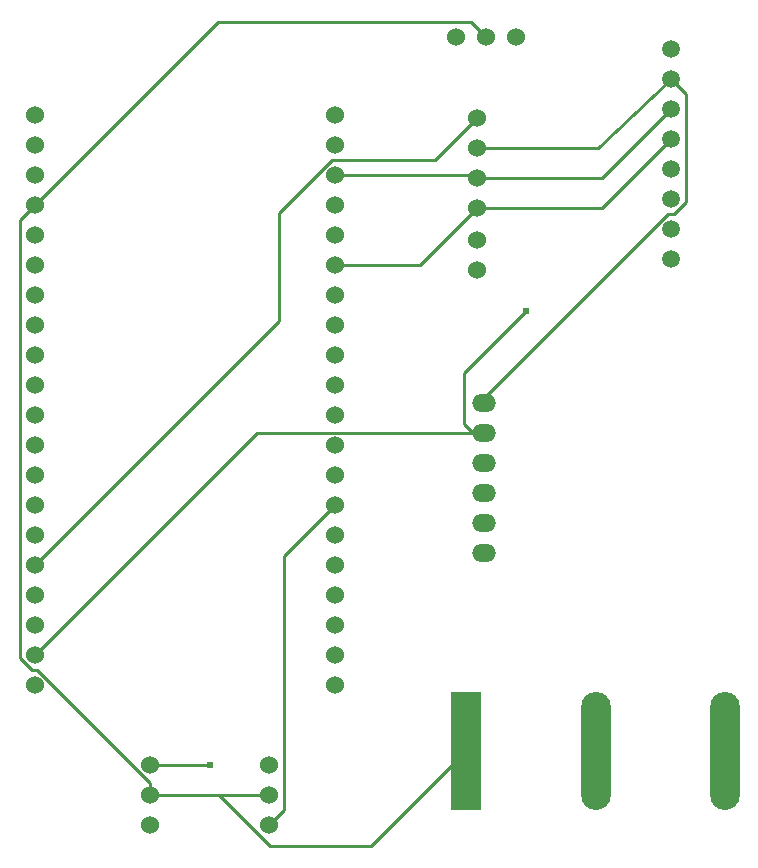
<source format=gbl>
G04 Layer: BottomLayer*
G04 EasyEDA Pro v2.2.40.3, 2025-07-25 22:58:42*
G04 Gerber Generator version 0.3*
G04 Scale: 100 percent, Rotated: No, Reflected: No*
G04 Dimensions in millimeters*
G04 Leading zeros omitted, absolute positions, 4 integers and 5 decimals*
G04 Generated by one-click*
%FSLAX45Y45*%
%MOMM*%
%ADD10C,0.254*%
%ADD11C,1.524*%
%ADD12C,1.5*%
%ADD13O,2.0X1.5*%
%ADD14R,2.49999X9.99998*%
%ADD15O,2.49999X9.99998*%
%ADD16C,0.6171*%
%ADD17C,0.61*%
G75*


G04 PolygonModel Start*
G54D10*
G01X4152900Y-1409700D02*
G01X5178138Y-1409700D01*
G01X5791200Y-825500D01*
G01X1892300Y-6629400D02*
G01X1384300Y-6629400D01*

G04 Pad Start*
G54D11*
G01X406400Y-1130300D03*
G01X406400Y-1384300D03*
G01X406400Y-1638300D03*
G01X406400Y-1892300D03*
G01X406400Y-2146300D03*
G01X406400Y-2400300D03*
G01X406400Y-2654300D03*
G01X406400Y-2908300D03*
G01X406400Y-3162300D03*
G01X406400Y-3416300D03*
G01X406400Y-3670300D03*
G01X406400Y-3924300D03*
G01X406400Y-4178300D03*
G01X406400Y-4432300D03*
G01X406400Y-4686300D03*
G01X406400Y-4940300D03*
G01X406400Y-5194300D03*
G01X406400Y-5448300D03*
G01X406400Y-5702300D03*
G01X406400Y-5956300D03*
G01X2946400Y-5956300D03*
G01X2946400Y-5702300D03*
G01X2946400Y-5448300D03*
G01X2946400Y-5194300D03*
G01X2946400Y-4940300D03*
G01X2946400Y-4686300D03*
G01X2946400Y-4432300D03*
G01X2946400Y-4178300D03*
G01X2946400Y-3924300D03*
G01X2946400Y-3670300D03*
G01X2946400Y-3416300D03*
G01X2946400Y-3162300D03*
G01X2946400Y-2908300D03*
G01X2946400Y-2654300D03*
G01X2946400Y-2400300D03*
G01X2946400Y-2146300D03*
G01X2946400Y-1892300D03*
G01X2946400Y-1638300D03*
G01X2946400Y-1384300D03*
G01X2946400Y-1130300D03*
G54D12*
G01X5791200Y-571500D03*
G01X5791200Y-825500D03*
G01X5791200Y-1079500D03*
G01X5791200Y-1333500D03*
G01X5791200Y-1587500D03*
G01X5791200Y-1841500D03*
G01X5791200Y-2095500D03*
G01X5791200Y-2349500D03*
G54D11*
G01X2387600Y-6629400D03*
G01X2387600Y-6883400D03*
G01X2387600Y-7137400D03*
G01X1384300Y-6629400D03*
G01X1384300Y-6883400D03*
G01X1384300Y-7137400D03*
G01X3975100Y-469900D03*
G01X4229100Y-469900D03*
G01X4483100Y-469900D03*
G01X4152900Y-1155700D03*
G01X4152900Y-1409700D03*
G01X4152900Y-1663700D03*
G01X4152900Y-1917700D03*
G01X4152900Y-2184400D03*
G01X4152900Y-2438400D03*
G54D13*
G01X4209999Y-4070096D03*
G01X4209999Y-4324096D03*
G01X4209999Y-4578096D03*
G01X4209999Y-4832096D03*
G01X4209999Y-3816096D03*
G01X4209999Y-3562096D03*
G54D14*
G01X4056202Y-6515100D03*
G54D15*
G01X5156200Y-6515100D03*
G01X6256198Y-6515100D03*
G04 Pad End*

G04 Via Start*
G54D17*
G01X4565904Y-2787396D03*
G01X1892300Y-6629400D03*
G04 Via End*

G04 Track Start*
G54D10*
G01X3797300Y-1511300D02*
G01X4152900Y-1155700D01*
G01X406400Y-5702300D02*
G01X2292604Y-3816096D01*
G01X4121404Y-3816096D02*
G01X4045204Y-3739896D01*
G01X5791200Y-825500D02*
G01X5918200Y-952500D01*
G01X5918200Y-1866900D01*
G01X5816600Y-1968500D01*
G01X5765800Y-1968500D01*
G01X4216400Y-3517900D01*
G01X4216400Y-3555695D01*
G01X4209999Y-3562096D01*
G01X406400Y-1892300D02*
G01X1955800Y-342900D01*
G01X4102100Y-342900D01*
G01X4229100Y-469900D01*
G01X406400Y-1892300D02*
G01X279400Y-2019300D01*
G01X279400Y-5727700D01*
G01X2946400Y-1638300D02*
G01X4127500Y-1638300D01*
G01X4152900Y-1663700D01*
G01X5207000Y-1663700D01*
G01X5791200Y-1079500D01*
G01X2946400Y-2400300D02*
G01X3670300Y-2400300D01*
G01X4152900Y-1917700D01*
G01X5207000Y-1917700D01*
G01X5791200Y-1333500D01*
G01X2946400Y-4432300D02*
G01X2514600Y-4864100D01*
G01X2514600Y-7010400D01*
G01X2387600Y-7137400D01*
G01X2292604Y-3816096D02*
G01X4121404Y-3816096D01*
G01X4209999Y-3816096D01*
G01X1384300Y-6883400D02*
G01X1968500Y-6883400D01*
G01X2387600Y-6883400D02*
G01X1968500Y-6883400D01*
G01X2400300Y-7315200D01*
G01X3256102Y-7315200D01*
G01X4056202Y-6515100D01*
G01X2921000Y-1511300D02*
G01X3797300Y-1511300D01*
G01X406400Y-4940300D02*
G01X2476500Y-2870200D01*
G01X2476500Y-1955800D01*
G01X2921000Y-1511300D01*
G01X4045204Y-3739896D02*
G01X4045204Y-3308096D01*
G01X4565904Y-2787396D01*
G01X426620Y-5829300D02*
G01X1384300Y-6786980D01*
G01X1384300Y-6883400D01*
G01X279400Y-5727700D02*
G01X381000Y-5829300D01*
G01X426620Y-5829300D01*
G04 Track End*

M02*


</source>
